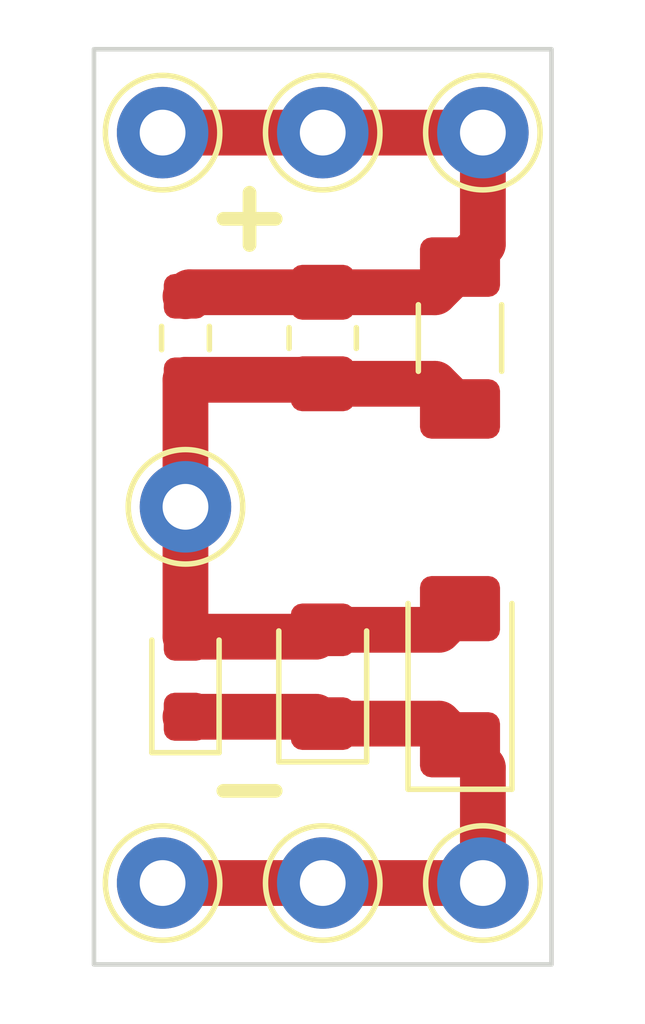
<source format=kicad_pcb>
(kicad_pcb (version 20211014) (generator pcbnew)
  (layers (0 "F.Cu" signal) (31 "B.Cu" signal) (34 "B.Paste" user) (35 "F.Paste" user) (36 "B.SilkS" user "B.Silkscreen") (37 "F.SilkS" user "F.Silkscreen") (38 "B.Mask" user) (39 "F.Mask" user) (44 "Edge.Cuts" user))
  (net 0 "")
  (net 1 "Net-(D2-Pad1)")
  (net 2 "Net-(D2-Pad2)")
  (net 3 "Net-(R2-Pad1)")
  (footprint "Connector_Pin:Pin_D1.0mm_L10.0mm" (layer "F.Cu") (at 78.5 83.22125)
    (fp_text reference "TP7" hide)
    (fp_text value "TestPoint")
    (fp_circle (center 0 0) (end 1.25 0.05) (layer "F.SilkS") (width 0.12) (fill none))
    (pad "1" thru_hole circle (at 0 0) (size 2 2) (drill 1) (layers *.Cu *.Mask) (net 1 "Net-(D2-Pad1)"))
  )
  (footprint "Resistor_SMD:R_0603_1608Metric_Pad0.98x0.95mm_HandSolder" (layer "F.Cu") (at 72 71.31125 -90)
    (fp_text reference "R1" hide)
    (fp_text value "R")
    (fp_line (start -0.254724 -0.5225) (end 0.254724 -0.5225) (layer "F.SilkS") (width 0.12))
    (fp_line (start -0.254724 0.5225) (end 0.254724 0.5225) (layer "F.SilkS") (width 0.12))
    (pad "1" smd roundrect (at -0.9125 0 270) (size 0.975 0.95) (layers "F.Cu" "F.Paste" "F.Mask") (net 3 "Net-(R2-Pad1)"))
    (pad "2" smd roundrect (at 0.9125 0 270) (size 0.975 0.95) (layers "F.Cu" "F.Paste" "F.Mask") (net 2 "Net-(D2-Pad2)"))
  )
  (footprint "LED_SMD:LED_0805_2012Metric_Pad1.15x1.40mm_HandSolder" (layer "F.Cu") (at 75 78.7125 90)
    (fp_text reference "D2" hide)
    (fp_text value "LED")
    (fp_line (start -1.86 0.96) (end 1 0.96) (layer "F.SilkS") (width 0.12))
    (fp_line (start 1 -0.96) (end -1.86 -0.96) (layer "F.SilkS") (width 0.12))
    (fp_line (start -1.86 -0.96) (end -1.86 0.96) (layer "F.SilkS") (width 0.12))
    (pad "1" smd roundrect (at -1.025 0 90) (size 1.15 1.4) (layers "F.Cu" "F.Paste" "F.Mask") (roundrect_rratio 0.2173913043) (net 1 "Net-(D2-Pad1)"))
    (pad "2" smd roundrect (at 1.025 0 90) (size 1.15 1.4) (layers "F.Cu" "F.Paste" "F.Mask") (roundrect_rratio 0.2173913043) (net 2 "Net-(D2-Pad2)"))
  )
  (footprint "LED_SMD:LED_1206_3216Metric_Pad1.42x1.75mm_HandSolder" (layer "F.Cu") (at 78 78.7125 90)
    (fp_text reference "D3" hide)
    (fp_text value "LED")
    (fp_line (start 1.6 -1.135) (end -2.46 -1.135) (layer "F.SilkS") (width 0.12))
    (fp_line (start -2.46 1.135) (end 1.6 1.135) (layer "F.SilkS") (width 0.12))
    (fp_line (start -2.46 -1.135) (end -2.46 1.135) (layer "F.SilkS") (width 0.12))
    (pad "1" smd roundrect (at -1.4875 0 90) (size 1.425 1.75) (layers "F.Cu" "F.Paste" "F.Mask") (roundrect_rratio 0.1754392982) (net 1 "Net-(D2-Pad1)"))
    (pad "2" smd roundrect (at 1.4875 0 90) (size 1.425 1.75) (layers "F.Cu" "F.Paste" "F.Mask") (roundrect_rratio 0.1754392982) (net 2 "Net-(D2-Pad2)"))
  )
  (footprint "Resistor_SMD:R_0805_2012Metric_Pad1.20x1.40mm_HandSolder" (layer "F.Cu") (at 75 71.31125 -90)
    (fp_text reference "R2" hide)
    (fp_text value "R")
    (fp_line (start -0.227064 0.735) (end 0.227064 0.735) (layer "F.SilkS") (width 0.12))
    (fp_line (start -0.227064 -0.735) (end 0.227064 -0.735) (layer "F.SilkS") (width 0.12))
    (pad "1" smd roundrect (at -1 0 270) (size 1.2 1.4) (layers "F.Cu" "F.Paste" "F.Mask") (roundrect_rratio 0.2083333333) (net 3 "Net-(R2-Pad1)"))
    (pad "2" smd roundrect (at 1 0 270) (size 1.2 1.4) (layers "F.Cu" "F.Paste" "F.Mask") (roundrect_rratio 0.2083333333) (net 2 "Net-(D2-Pad2)"))
  )
  (footprint "Connector_Pin:Pin_D1.0mm_L10.0mm" (layer "F.Cu") (at 72 75)
    (fp_text reference "TP4" hide)
    (fp_text value "TestPoint")
    (fp_circle (center 0 0) (end 1.25 0.05) (layer "F.SilkS") (width 0.12) (fill none))
    (pad "1" thru_hole circle (at 0 0) (size 2 2) (drill 1) (layers *.Cu *.Mask) (net 2 "Net-(D2-Pad2)"))
  )
  (footprint "Connector_Pin:Pin_D1.0mm_L10.0mm" (layer "F.Cu") (at 78.5 66.8225)
    (fp_text reference "TP3" hide)
    (fp_text value "TestPoint")
    (fp_circle (center 0 0) (end 1.25 0.05) (layer "F.SilkS") (width 0.12) (fill none))
    (pad "1" thru_hole circle (at 0 0) (size 2 2) (drill 1) (layers *.Cu *.Mask) (net 3 "Net-(R2-Pad1)"))
  )
  (footprint "Connector_Pin:Pin_D1.0mm_L10.0mm" (layer "F.Cu") (at 75 83.22125)
    (fp_text reference "TP6" hide)
    (fp_text value "TestPoint")
    (fp_circle (center 0 0) (end 1.25 0.05) (layer "F.SilkS") (width 0.12) (fill none))
    (pad "1" thru_hole circle (at 0 0) (size 2 2) (drill 1) (layers *.Cu *.Mask) (net 1 "Net-(D2-Pad1)"))
  )
  (footprint "Resistor_SMD:R_1206_3216Metric_Pad1.30x1.75mm_HandSolder" (layer "F.Cu") (at 78 71.31125 -90)
    (fp_text reference "R3" hide)
    (fp_text value "R")
    (fp_line (start -0.727064 -0.91) (end 0.727064 -0.91) (layer "F.SilkS") (width 0.12))
    (fp_line (start -0.727064 0.91) (end 0.727064 0.91) (layer "F.SilkS") (width 0.12))
    (pad "1" smd roundrect (at -1.55 0 270) (size 1.3 1.75) (layers "F.Cu" "F.Paste" "F.Mask") (roundrect_rratio 0.1923076923) (net 3 "Net-(R2-Pad1)"))
    (pad "2" smd roundrect (at 1.55 0 270) (size 1.3 1.75) (layers "F.Cu" "F.Paste" "F.Mask") (roundrect_rratio 0.1923076923) (net 2 "Net-(D2-Pad2)"))
  )
  (footprint "Connector_Pin:Pin_D1.0mm_L10.0mm" (layer "F.Cu") (at 71.5 83.22125)
    (fp_text reference "TP5" hide)
    (fp_text value "TestPoint")
    (fp_circle (center 0 0) (end 1.25 0.05) (layer "F.SilkS") (width 0.12) (fill none))
    (pad "1" thru_hole circle (at 0 0) (size 2 2) (drill 1) (layers *.Cu *.Mask) (net 1 "Net-(D2-Pad1)"))
  )
  (footprint "Connector_Pin:Pin_D1.0mm_L10.0mm" (layer "F.Cu") (at 71.5 66.8225)
    (fp_text reference "TP1" hide)
    (fp_text value "TestPoint")
    (fp_circle (center 0 0) (end 1.25 0.05) (layer "F.SilkS") (width 0.12) (fill none))
    (pad "1" thru_hole circle (at 0 0) (size 2 2) (drill 1) (layers *.Cu *.Mask) (net 3 "Net-(R2-Pad1)"))
  )
  (footprint "LED_SMD:LED_0603_1608Metric_Pad1.05x0.95mm_HandSolder" (layer "F.Cu") (at 72 78.7125 90)
    (fp_text reference "D1" hide)
    (fp_text value "LED")
    (fp_line (start -1.66 -0.735) (end -1.66 0.735) (layer "F.SilkS") (width 0.12))
    (fp_line (start 0.8 -0.735) (end -1.66 -0.735) (layer "F.SilkS") (width 0.12))
    (fp_line (start -1.66 0.735) (end 0.8 0.735) (layer "F.SilkS") (width 0.12))
    (pad "1" smd roundrect (at -0.875 0 90) (size 1.05 0.95) (layers "F.Cu" "F.Paste" "F.Mask") (net 1 "Net-(D2-Pad1)"))
    (pad "2" smd roundrect (at 0.875 0 90) (size 1.05 0.95) (layers "F.Cu" "F.Paste" "F.Mask") (net 2 "Net-(D2-Pad2)"))
  )
  (footprint "Connector_Pin:Pin_D1.0mm_L10.0mm" (layer "F.Cu") (at 75 66.8225)
    (fp_text reference "TP2" hide)
    (fp_text value "TestPoint")
    (fp_circle (center 0 0) (end 1.25 0.05) (layer "F.SilkS") (width 0.12) (fill none))
    (pad "1" thru_hole circle (at 0 0) (size 2 2) (drill 1) (layers *.Cu *.Mask) (net 3 "Net-(R2-Pad1)"))
  )
  (gr_rect (start 70 65) (end 80 85) (layer "Edge.Cuts") (width 0.1) (fill none))
  (gr_text "-" (at 73.4 81.1) (layer "F.SilkS") (effects (font (size 1.5 1.5) (thickness 0.3))))
  (gr_text "+" (at 73.4 68.6) (layer "F.SilkS") (effects (font (size 1.5 1.5) (thickness 0.3))))
  (segment (start 78.5 83.22125) (end 75 83.22125) (width 1) (layer "F.Cu") (net 1))
  (segment (start 75 83.22125) (end 71.5 83.22125) (width 1) (layer "F.Cu") (net 1))
  (segment (start 72 79.5875) (end 74.85 79.5875) (width 1) (layer "F.Cu") (net 1))
  (segment (start 75 79.7375) (end 77.5375 79.7375) (width 1) (layer "F.Cu") (net 1))
  (segment (start 77.5375 79.7375) (end 78 80.2) (width 1) (layer "F.Cu") (net 1))
  (segment (start 74.85 79.5875) (end 75 79.7375) (width 1) (layer "F.Cu") (net 1))
  (segment (start 78.5 80.7) (end 78 80.2) (width 1) (layer "F.Cu") (net 1))
  (segment (start 78.5 83.22125) (end 78.5 80.7) (width 1) (layer "F.Cu") (net 1))
  (segment (start 74.85 77.8375) (end 75 77.6875) (width 1) (layer "F.Cu") (net 2))
  (segment (start 77.5375 77.6875) (end 78 77.225) (width 1) (layer "F.Cu") (net 2))
  (segment (start 72 77.8375) (end 74.85 77.8375) (width 1) (layer "F.Cu") (net 2))
  (segment (start 72 77.8375) (end 72 75) (width 1) (layer "F.Cu") (net 2))
  (segment (start 72 75) (end 72 72.22375) (width 1) (layer "F.Cu") (net 2))
  (segment (start 75 72.31125) (end 77.45 72.31125) (width 1) (layer "F.Cu") (net 2))
  (segment (start 75 77.6875) (end 77.5375 77.6875) (width 1) (layer "F.Cu") (net 2))
  (segment (start 72 72.22375) (end 74.9125 72.22375) (width 1) (layer "F.Cu") (net 2))
  (segment (start 74.9125 72.22375) (end 75 72.31125) (width 1) (layer "F.Cu") (net 2))
  (segment (start 77.45 72.31125) (end 78 72.86125) (width 1) (layer "F.Cu") (net 2))
  (segment (start 78.5 66.8225) (end 78.5 69.26125) (width 1) (layer "F.Cu") (net 3))
  (segment (start 77.45 70.31125) (end 78 69.76125) (width 1) (layer "F.Cu") (net 3))
  (segment (start 75 66.8225) (end 71.5 66.8225) (width 1) (layer "F.Cu") (net 3))
  (segment (start 78.5 66.8225) (end 75 66.8225) (width 1) (layer "F.Cu") (net 3))
  (segment (start 75 70.31125) (end 77.45 70.31125) (width 1) (layer "F.Cu") (net 3))
  (segment (start 75 70.31125) (end 72.0875 70.31125) (width 1) (layer "F.Cu") (net 3))
  (segment (start 78.5 69.26125) (end 78 69.76125) (width 1) (layer "F.Cu") (net 3))
  (segment (start 72.0875 70.31125) (end 72 70.39875) (width 1) (layer "F.Cu") (net 3))
)
</source>
